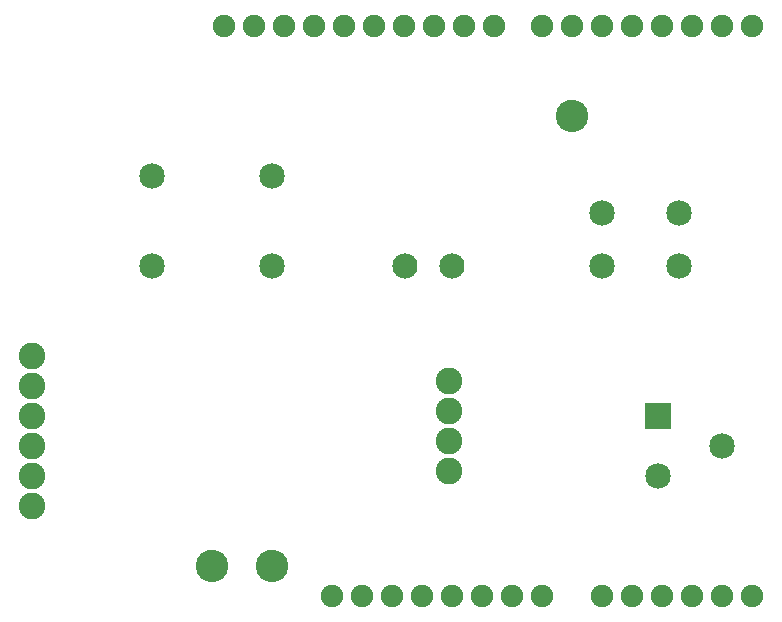
<source format=gts>
G04 MADE WITH FRITZING*
G04 WWW.FRITZING.ORG*
G04 DOUBLE SIDED*
G04 HOLES PLATED*
G04 CONTOUR ON CENTER OF CONTOUR VECTOR*
%ASAXBY*%
%FSLAX23Y23*%
%MOIN*%
%OFA0B0*%
%SFA1.0B1.0*%
%ADD10C,0.075278*%
%ADD11C,0.085000*%
%ADD12C,0.084000*%
%ADD13C,0.088861*%
%ADD14C,0.088833*%
%ADD15C,0.108425*%
%ADD16R,0.085000X0.085000*%
%LNMASK1*%
G90*
G70*
G54D10*
X2145Y162D03*
X2245Y162D03*
X2345Y162D03*
X2445Y162D03*
X2545Y162D03*
X1685Y2062D03*
X1585Y2062D03*
X1485Y2062D03*
X1385Y2062D03*
X1285Y2062D03*
X1185Y2062D03*
X1085Y2062D03*
X985Y2062D03*
X885Y2062D03*
X785Y2062D03*
X2545Y2062D03*
X2445Y2062D03*
X2345Y2062D03*
X2245Y2062D03*
X2145Y2062D03*
X2045Y2062D03*
X1945Y2062D03*
X1845Y2062D03*
X1245Y162D03*
X1145Y162D03*
X1345Y162D03*
X1445Y162D03*
X1545Y162D03*
X1645Y162D03*
X1745Y162D03*
X1845Y162D03*
X2045Y162D03*
G54D11*
X2301Y1262D03*
X2045Y1262D03*
X2301Y1439D03*
X2045Y1439D03*
G54D12*
X1388Y1262D03*
X1545Y1262D03*
X1388Y1262D03*
X1545Y1262D03*
G54D11*
X2233Y760D03*
X2445Y662D03*
X2233Y563D03*
G54D13*
X145Y462D03*
X145Y562D03*
X145Y662D03*
X145Y762D03*
X145Y862D03*
X145Y962D03*
G54D14*
X1535Y578D03*
X1535Y678D03*
X1535Y778D03*
X1535Y878D03*
G54D11*
X545Y1562D03*
X945Y1562D03*
X545Y1262D03*
X945Y1262D03*
G54D15*
X1945Y1762D03*
X945Y262D03*
X745Y262D03*
G54D16*
X2233Y760D03*
G04 End of Mask1*
M02*
</source>
